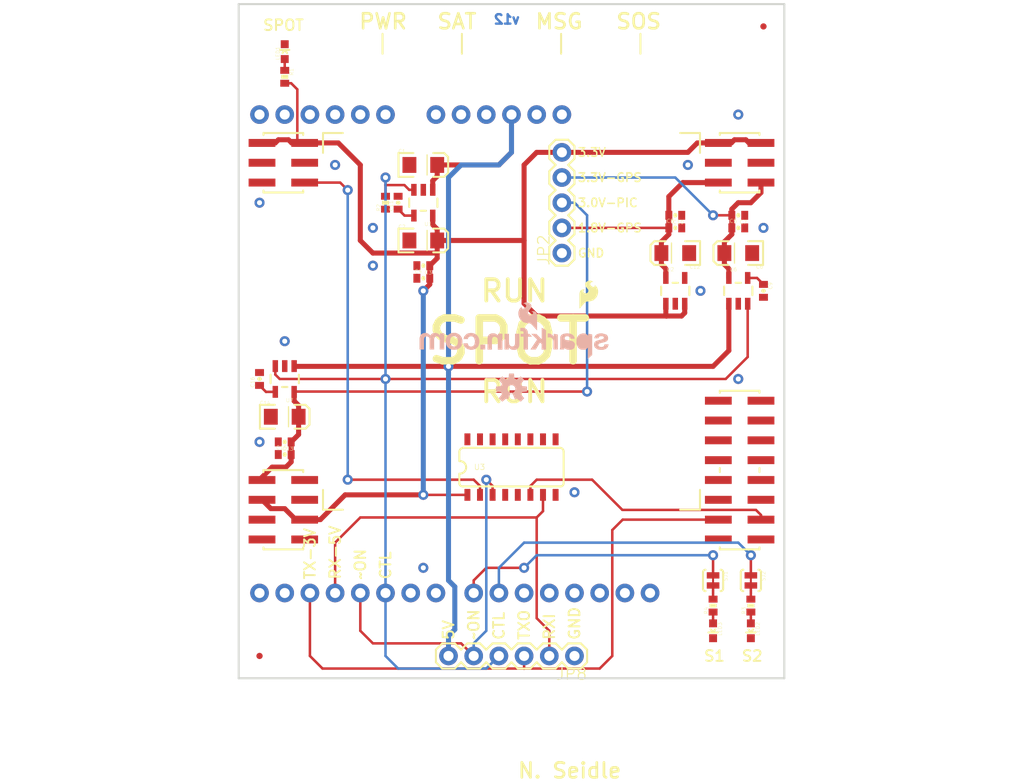
<source format=kicad_pcb>
(kicad_pcb (version 20211014) (generator pcbnew)
  (layers (0 "F.Cu" signal) (31 "B.Cu" signal) (34 "B.Paste" user) (35 "F.Paste" user) (36 "B.SilkS" user "B.Silkscreen") (37 "F.SilkS" user "F.Silkscreen") (38 "B.Mask" user) (39 "F.Mask" user) (44 "Edge.Cuts" user))
  (net 0 "")
  (net 1 "GND")
  (net 2 "N$38")
  (net 3 "5V")
  (net 4 "3.3V")
  (net 5 "PWRCTL")
  (net 6 "N$4")
  (net 7 "N$26")
  (net 8 "SPOT-TX-3V")
  (net 9 "SPOT-RX-5V")
  (net 10 "~{ON-5V}")
  (net 11 "~{ON-3V}")
  (net 12 "N$1")
  (net 13 "1.8V-GPS")
  (net 14 "3V-GPS")
  (net 15 "3V-PIC")
  (net 16 "N$2")
  (net 17 "N$3")
  (net 18 "N$5")
  (net 19 "N$6")
  (net 20 "N$7")
  (net 21 "N$8")
  (net 22 "SPOT-RX-3V")
  (footprint "boardEagle:0402-CAP" (layer "F.Cu") (at 165.0111 93.5736)
    (fp_text reference "C8" (at -0.889 -0.6985) (layer "F.SilkS") (effects (font (size 0.376489 0.376489) (thickness 0.029911)) (justify left)))
    (fp_text value "1uF")
    (pad "1" smd rect (at -0.65 0) (size 0.7 0.9) (layers "F.Cu" "F.Paste" "F.Mask") (net 13 "1.8V-GPS"))
    (pad "2" smd rect (at 0.65 0) (size 0.7 0.9) (layers "F.Cu" "F.Paste" "F.Mask") (net 1 "GND"))
  )
  (footprint "boardEagle:0402-RES" (layer "F.Cu") (at 135.8011 91.0336 90)
    (fp_text reference "R2" (at -0.889 -0.6985 90) (layer "F.SilkS") (effects (font (size 0.376489 0.376489) (thickness 0.029911)) (justify left)))
    (fp_text value "10K")
    (pad "1" smd rect (at -0.65 0 90) (size 0.7 0.9) (layers "F.Cu" "F.Paste" "F.Mask") (net 1 "GND"))
    (pad "2" smd rect (at 0.65 0 90) (size 0.7 0.9) (layers "F.Cu" "F.Paste" "F.Mask") (net 5 "PWRCTL"))
  )
  (footprint "boardEagle:0402-CAP" (layer "F.Cu") (at 171.3611 93.5736)
    (fp_text reference "C5" (at -0.889 -0.6985) (layer "F.SilkS") (effects (font (size 0.376489 0.376489) (thickness 0.029911)) (justify left)))
    (fp_text value "1uF")
    (pad "1" smd rect (at -0.65 0) (size 0.7 0.9) (layers "F.Cu" "F.Paste" "F.Mask") (net 14 "3V-GPS"))
    (pad "2" smd rect (at 0.65 0) (size 0.7 0.9) (layers "F.Cu" "F.Paste" "F.Mask") (net 1 "GND"))
  )
  (footprint "boardEagle:DUEMILANOVE_VIAS" (layer "F.Cu") (at 165.0111 132.9436 90)
    (fp_text reference "U5" hide)
    (fp_text value "ARDUINO_SHIELD" hide)
    (pad "3.3V" thru_hole circle (at 50.8 -13.97 180) (size 1.8796 1.8796) (drill 1.016) (layers *.Cu *.Mask))
    (pad "5V" thru_hole circle (at 50.8 -16.51 180) (size 1.8796 1.8796) (drill 1.016) (layers *.Cu *.Mask) (net 3 "5V"))
    (pad "A0" thru_hole circle (at 50.8 -29.21 180) (size 1.8796 1.8796) (drill 1.016) (layers *.Cu *.Mask))
    (pad "A1" thru_hole circle (at 50.8 -31.75 180) (size 1.8796 1.8796) (drill 1.016) (layers *.Cu *.Mask))
    (pad "A2" thru_hole circle (at 50.8 -34.29 180) (size 1.8796 1.8796) (drill 1.016) (layers *.Cu *.Mask))
    (pad "A3" thru_hole circle (at 50.8 -36.83 180) (size 1.8796 1.8796) (drill 1.016) (layers *.Cu *.Mask))
    (pad "A4" thru_hole circle (at 50.8 -39.37 180) (size 1.8796 1.8796) (drill 1.016) (layers *.Cu *.Mask))
    (pad "A5" thru_hole circle (at 50.8 -41.91 180) (size 1.8796 1.8796) (drill 1.016) (layers *.Cu *.Mask))
    (pad "AREF" thru_hole circle (at 2.54 -2.54 180) (size 1.8796 1.8796) (drill 1.016) (layers *.Cu *.Mask))
    (pad "D2" thru_hole circle (at 2.54 -36.83 180) (size 1.8796 1.8796) (drill 1.016) (layers *.Cu *.Mask) (net 8 "SPOT-TX-3V"))
    (pad "D3" thru_hole circle (at 2.54 -34.29 180) (size 1.8796 1.8796) (drill 1.016) (layers *.Cu *.Mask) (net 9 "SPOT-RX-5V"))
    (pad "D4" thru_hole circle (at 2.54 -31.75 180) (size 1.8796 1.8796) (drill 1.016) (layers *.Cu *.Mask) (net 10 "~{ON-5V}"))
    (pad "D5" thru_hole circle (at 2.54 -29.21 180) (size 1.8796 1.8796) (drill 1.016) (layers *.Cu *.Mask) (net 5 "PWRCTL"))
    (pad "D6" thru_hole circle (at 2.54 -26.67 180) (size 1.8796 1.8796) (drill 1.016) (layers *.Cu *.Mask))
    (pad "D7" thru_hole circle (at 2.54 -24.13 180) (size 1.8796 1.8796) (drill 1.016) (layers *.Cu *.Mask))
    (pad "D8" thru_hole circle (at 2.54 -20.32 180) (size 1.8796 1.8796) (drill 1.016) (layers *.Cu *.Mask) (net 20 "N$7"))
    (pad "D9" thru_hole circle (at 2.54 -17.78 180) (size 1.8796 1.8796) (drill 1.016) (layers *.Cu *.Mask) (net 21 "N$8"))
    (pad "D10" thru_hole circle (at 2.54 -15.24 180) (size 1.8796 1.8796) (drill 1.016) (layers *.Cu *.Mask))
    (pad "D11" thru_hole circle (at 2.54 -12.7 180) (size 1.8796 1.8796) (drill 1.016) (layers *.Cu *.Mask))
    (pad "D12" thru_hole circle (at 2.54 -10.16 180) (size 1.8796 1.8796) (drill 1.016) (layers *.Cu *.Mask))
    (pad "D13" thru_hole circle (at 2.54 -7.62 180) (size 1.8796 1.8796) (drill 1.016) (layers *.Cu *.Mask))
    (pad "GND@0" thru_hole circle (at 50.8 -19.05 180) (size 1.8796 1.8796) (drill 1.016) (layers *.Cu *.Mask) (net 1 "GND"))
    (pad "GND@1" thru_hole circle (at 50.8 -21.59 180) (size 1.8796 1.8796) (drill 1.016) (layers *.Cu *.Mask) (net 1 "GND"))
    (pad "GND@2" thru_hole circle (at 2.54 -5.08 180) (size 1.8796 1.8796) (drill 1.016) (layers *.Cu *.Mask) (net 1 "GND"))
    (pad "RES" thru_hole circle (at 50.8 -11.43 180) (size 1.8796 1.8796) (drill 1.016) (layers *.Cu *.Mask))
    (pad "RX" thru_hole circle (at 2.54 -41.91 180) (size 1.8796 1.8796) (drill 1.016) (layers *.Cu *.Mask))
    (pad "TX" thru_hole circle (at 2.54 -39.37 180) (size 1.8796 1.8796) (drill 1.016) (layers *.Cu *.Mask))
    (pad "VIN" thru_hole circle (at 50.8 -24.13 180) (size 1.8796 1.8796) (drill 1.016) (layers *.Cu *.Mask))
  )
  (footprint "boardEagle:SOT23-5" (layer "F.Cu") (at 125.6411 108.8136 180)
    (fp_text reference "U7" (at -0.889 -2.159) (layer "F.SilkS") (effects (font (size 0.376489 0.376489) (thickness 0.029911)) (justify right)))
    (fp_text value "MIC5219-3.0")
    (pad "1" smd rect (at -0.95 1.3001 180) (size 0.55 1.2) (layers "F.Cu" "F.Paste" "F.Mask") (net 3 "5V"))
    (pad "2" smd rect (at 0 1.3001 180) (size 0.55 1.2) (layers "F.Cu" "F.Paste" "F.Mask") (net 1 "GND"))
    (pad "3" smd rect (at 0.95 1.3001 180) (size 0.55 1.2) (layers "F.Cu" "F.Paste" "F.Mask") (net 5 "PWRCTL"))
    (pad "4" smd rect (at 0.95 -1.3001 180) (size 0.55 1.2) (layers "F.Cu" "F.Paste" "F.Mask") (net 12 "N$1"))
    (pad "5" smd rect (at -0.95 -1.3001 180) (size 0.55 1.2) (layers "F.Cu" "F.Paste" "F.Mask") (net 15 "3V-PIC"))
  )
  (footprint "boardEagle:LED-0603" (layer "F.Cu") (at 172.6311 134.2136 180)
    (fp_text reference "LED2" (at -0.6985 0.889 90) (layer "F.SilkS") (effects (font (size 0.376489 0.376489) (thickness 0.029911)) (justify right)))
    (fp_text value "Blue")
    (pad "A" smd rect (at 0 0.75 180) (size 0.8 0.8) (layers "F.Cu" "F.Paste" "F.Mask") (net 18 "N$5"))
    (pad "C" smd rect (at 0 -0.75 180) (size 0.8 0.8) (layers "F.Cu" "F.Paste" "F.Mask") (net 1 "GND"))
  )
  (footprint "boardEagle:0402-CAP" (layer "F.Cu") (at 173.9011 99.9236 -90)
    (fp_text reference "C9" (at -0.889 -0.6985 90) (layer "F.SilkS") (effects (font (size 0.376489 0.376489) (thickness 0.029911)) (justify right)))
    (fp_text value "470nF")
    (pad "1" smd rect (at -0.65 0 270) (size 0.7 0.9) (layers "F.Cu" "F.Paste" "F.Mask") (net 6 "N$4"))
    (pad "2" smd rect (at 0.65 0 270) (size 0.7 0.9) (layers "F.Cu" "F.Paste" "F.Mask") (net 1 "GND"))
  )
  (footprint "boardEagle:0402-CAP" (layer "F.Cu") (at 139.6111 97.3836 180)
    (fp_text reference "C3" (at -0.889 -0.6985) (layer "F.SilkS") (effects (font (size 0.376489 0.376489) (thickness 0.029911)) (justify right)))
    (fp_text value "1uF")
    (pad "1" smd rect (at -0.65 0 180) (size 0.7 0.9) (layers "F.Cu" "F.Paste" "F.Mask") (net 4 "3.3V"))
    (pad "2" smd rect (at 0.65 0 180) (size 0.7 0.9) (layers "F.Cu" "F.Paste" "F.Mask") (net 1 "GND"))
  )
  (footprint "boardEagle:MICRO-FIDUCIAL" (layer "F.Cu") (at 173.9011 73.2536 90)
    (fp_text reference "JP10" hide)
    (fp_text value "FIDUCIALUFIDUCIAL" hide)
    (pad "1" smd roundrect (at 0 0 90) (size 0.635 0.635) (layers "F.Cu" "F.Mask") (roundrect_rratio 0.5))
  )
  (footprint "boardEagle:SO016" (layer "F.Cu") (at 148.5011 117.7036)
    (fp_text reference "U3" (at -3.81 0) (layer "F.SilkS") (effects (font (size 0.554736 0.554736) (thickness 0.054864)) (justify left)))
    (fp_text value "74HC4050")
    (pad "1" smd rect (at -4.445 2.8) (size 0.6 1.2) (layers "F.Cu" "F.Paste" "F.Mask") (net 4 "3.3V"))
    (pad "2" smd rect (at -3.175 2.8) (size 0.6 1.2) (layers "F.Cu" "F.Paste" "F.Mask") (net 11 "~{ON-3V}"))
    (pad "3" smd rect (at -1.905 2.8) (size 0.6 1.2) (layers "F.Cu" "F.Paste" "F.Mask") (net 10 "~{ON-5V}"))
    (pad "4" smd rect (at -0.635 2.8) (size 0.6 1.2) (layers "F.Cu" "F.Paste" "F.Mask"))
    (pad "5" smd rect (at 0.635 2.8) (size 0.6 1.2) (layers "F.Cu" "F.Paste" "F.Mask"))
    (pad "6" smd rect (at 1.905 2.8) (size 0.6 1.2) (layers "F.Cu" "F.Paste" "F.Mask") (net 22 "SPOT-RX-3V"))
    (pad "7" smd rect (at 3.175 2.8) (size 0.6 1.2) (layers "F.Cu" "F.Paste" "F.Mask") (net 9 "SPOT-RX-5V"))
    (pad "8" smd rect (at 4.445 2.8) (size 0.6 1.2) (layers "F.Cu" "F.Paste" "F.Mask") (net 1 "GND"))
    (pad "9" smd rect (at 4.445 -2.8) (size 0.6 1.2) (layers "F.Cu" "F.Paste" "F.Mask"))
    (pad "10" smd rect (at 3.175 -2.8) (size 0.6 1.2) (layers "F.Cu" "F.Paste" "F.Mask"))
    (pad "11" smd rect (at 1.905 -2.8) (size 0.6 1.2) (layers "F.Cu" "F.Paste" "F.Mask"))
    (pad "12" smd rect (at 0.635 -2.8) (size 0.6 1.2) (layers "F.Cu" "F.Paste" "F.Mask"))
    (pad "13" smd rect (at -0.635 -2.8) (size 0.6 1.2) (layers "F.Cu" "F.Paste" "F.Mask"))
    (pad "14" smd rect (at -1.905 -2.8) (size 0.6 1.2) (layers "F.Cu" "F.Paste" "F.Mask"))
    (pad "15" smd rect (at -3.175 -2.8) (size 0.6 1.2) (layers "F.Cu" "F.Paste" "F.Mask"))
    (pad "16" smd rect (at -4.445 -2.8) (size 0.6 1.2) (layers "F.Cu" "F.Paste" "F.Mask"))
  )
  (footprint "boardEagle:LED-0603" (layer "F.Cu") (at 168.8211 134.2136 180)
    (fp_text reference "LED3" (at -0.6985 0.889 90) (layer "F.SilkS") (effects (font (size 0.376489 0.376489) (thickness 0.029911)) (justify right)))
    (fp_text value "Green")
    (pad "A" smd rect (at 0 0.75 180) (size 0.8 0.8) (layers "F.Cu" "F.Paste" "F.Mask") (net 19 "N$6"))
    (pad "C" smd rect (at 0 -0.75 180) (size 0.8 0.8) (layers "F.Cu" "F.Paste" "F.Mask") (net 1 "GND"))
  )
  (footprint "boardEagle:CREATIVE_COMMONS" (layer "F.Cu") (at 117.2591 149.1996)
    (fp_text reference "U$2" hide)
    (fp_text value "CREATIVE_COMMONS" hide)
  )
  (footprint "boardEagle:1X06" (layer "F.Cu") (at 154.8511 136.7536 180)
    (fp_text reference "JP8" (at -1.3462 -1.8288) (layer "F.SilkS") (effects (font (size 1.1557 1.1557) (thickness 0.1143)) (justify right)))
    (fp_text value "")
    (pad "1" thru_hole circle (at 0 0 270) (size 1.8796 1.8796) (drill 1.016) (layers *.Cu *.Mask) (net 1 "GND"))
    (pad "2" thru_hole circle (at 2.54 0 270) (size 1.8796 1.8796) (drill 1.016) (layers *.Cu *.Mask) (net 9 "SPOT-RX-5V"))
    (pad "3" thru_hole circle (at 5.08 0 270) (size 1.8796 1.8796) (drill 1.016) (layers *.Cu *.Mask) (net 8 "SPOT-TX-3V"))
    (pad "4" thru_hole circle (at 7.62 0 270) (size 1.8796 1.8796) (drill 1.016) (layers *.Cu *.Mask) (net 5 "PWRCTL"))
    (pad "5" thru_hole circle (at 10.16 0 270) (size 1.8796 1.8796) (drill 1.016) (layers *.Cu *.Mask) (net 10 "~{ON-5V}"))
    (pad "6" thru_hole circle (at 12.7 0 270) (size 1.8796 1.8796) (drill 1.016) (layers *.Cu *.Mask) (net 3 "5V"))
  )
  (footprint "boardEagle:EIA3216" (layer "F.Cu") (at 139.6111 87.2236)
    (fp_text reference "C1" (at -2.54 -1.381) (layer "F.SilkS") (effects (font (size 0.376489 0.376489) (thickness 0.029911)) (justify left)))
    (fp_text value "10uF")
    (pad "A" smd rect (at 1.4 0 90) (size 1.6 1.4) (layers "F.Cu" "F.Paste" "F.Mask") (net 3 "5V"))
    (pad "C" smd rect (at -1.4 0 90) (size 1.6 1.4) (layers "F.Cu" "F.Paste" "F.Mask") (net 1 "GND"))
  )
  (footprint "boardEagle:0402-RES" (layer "F.Cu") (at 172.6311 131.6736 90)
    (fp_text reference "R3" (at -0.889 -0.6985 90) (layer "F.SilkS") (effects (font (size 0.376489 0.376489) (thickness 0.029911)) (justify left)))
    (fp_text value "330")
    (pad "1" smd rect (at -0.65 0 90) (size 0.7 0.9) (layers "F.Cu" "F.Paste" "F.Mask") (net 18 "N$5"))
    (pad "2" smd rect (at 0.65 0 90) (size 0.7 0.9) (layers "F.Cu" "F.Paste" "F.Mask") (net 17 "N$3"))
  )
  (footprint "boardEagle:0402-CAP" (layer "F.Cu") (at 137.0711 91.0336 90)
    (fp_text reference "C11" (at -0.889 -0.6985 90) (layer "F.SilkS") (effects (font (size 0.376489 0.376489) (thickness 0.029911)) (justify left)))
    (fp_text value "470nF")
    (pad "1" smd rect (at -0.65 0 90) (size 0.7 0.9) (layers "F.Cu" "F.Paste" "F.Mask") (net 7 "N$26"))
    (pad "2" smd rect (at 0.65 0 90) (size 0.7 0.9) (layers "F.Cu" "F.Paste" "F.Mask") (net 1 "GND"))
  )
  (footprint "boardEagle:EIA3216" (layer "F.Cu") (at 125.6411 112.6236)
    (fp_text reference "C14" (at -2.54 -1.381) (layer "F.SilkS") (effects (font (size 0.376489 0.376489) (thickness 0.029911)) (justify left)))
    (fp_text value "10uF")
    (pad "A" smd rect (at 1.4 0 90) (size 1.6 1.4) (layers "F.Cu" "F.Paste" "F.Mask") (net 15 "3V-PIC"))
    (pad "C" smd rect (at -1.4 0 90) (size 1.6 1.4) (layers "F.Cu" "F.Paste" "F.Mask") (net 1 "GND"))
  )
  (footprint "boardEagle:0402-CAP" (layer "F.Cu") (at 165.0111 92.3036 180)
    (fp_text reference "C10" (at -0.889 -0.6985) (layer "F.SilkS") (effects (font (size 0.376489 0.376489) (thickness 0.029911)) (justify right)))
    (fp_text value "0.1uF")
    (pad "1" smd rect (at -0.65 0 180) (size 0.7 0.9) (layers "F.Cu" "F.Paste" "F.Mask") (net 1 "GND"))
    (pad "2" smd rect (at 0.65 0 180) (size 0.7 0.9) (layers "F.Cu" "F.Paste" "F.Mask") (net 13 "1.8V-GPS"))
  )
  (footprint "boardEagle:0402-RES" (layer "F.Cu") (at 168.8211 131.6736 90)
    (fp_text reference "R4" (at -0.889 -0.6985 90) (layer "F.SilkS") (effects (font (size 0.376489 0.376489) (thickness 0.029911)) (justify left)))
    (fp_text value "330")
    (pad "1" smd rect (at -0.65 0 90) (size 0.7 0.9) (layers "F.Cu" "F.Paste" "F.Mask") (net 19 "N$6"))
    (pad "2" smd rect (at 0.65 0 90) (size 0.7 0.9) (layers "F.Cu" "F.Paste" "F.Mask") (net 16 "N$2"))
  )
  (footprint "boardEagle:SFE-LOGO-FLAME" (layer "F.Cu") (at 155.3591 101.7016)
    (fp_text reference "U$1" hide)
    (fp_text value "LOGO-SFESK" hide)
  )
  (footprint "boardEagle:MICRO-FIDUCIAL" (layer "F.Cu") (at 123.1011 136.7536 90)
    (fp_text reference "JP11" hide)
    (fp_text value "FIDUCIALUFIDUCIAL" hide)
    (pad "1" smd roundrect (at 0 0 90) (size 0.635 0.635) (layers "F.Cu" "F.Mask") (roundrect_rratio 0.5))
  )
  (footprint "boardEagle:SPOT-CONNECT" (layer "F.Cu") (at 148.5011 105.0036)
    (fp_text reference "U4" hide)
    (fp_text value "SPOT-CONNECT" hide)
    (fp_text user "SAT" (at -7.62 -31.369) (layer "F.SilkS") (effects (font (size 1.5113 1.5113) (thickness 0.2667)) (justify left bottom)))
    (fp_text user "SPOT" (at -8.89 2.54) (layer "F.SilkS") (effects (font (size 4.318 4.318) (thickness 0.762)) (justify left bottom)))
    (fp_text user "PWR" (at -15.494 -31.369) (layer "F.SilkS") (effects (font (size 1.5113 1.5113) (thickness 0.2667)) (justify left bottom)))
    (fp_text user "RUN" (at -3.302 6.35) (layer "F.SilkS") (effects (font (size 2.159 2.159) (thickness 0.381)) (justify left bottom)))
    (fp_text user "RUN" (at -3.302 -3.81) (layer "F.SilkS") (effects (font (size 2.159 2.159) (thickness 0.381)) (justify left bottom)))
    (fp_text user "MSG" (at 2.286 -31.369) (layer "F.SilkS") (effects (font (size 1.5113 1.5113) (thickness 0.2667)) (justify left bottom)))
    (fp_text user "SOS" (at 10.414 -31.369) (layer "F.SilkS") (effects (font (size 1.5113 1.5113) (thickness 0.2667)) (justify left bottom)))
    (fp_line (start 27.5 -34) (end -27.5 -34) (layer "Edge.Cuts") (width 0.2032))
    (fp_line (start -27.5 34) (end 27.5 34) (layer "Edge.Cuts") (width 0.2032))
    (fp_line (start 27.5 34) (end 27.5 -34) (layer "Edge.Cuts") (width 0.2032))
    (fp_line (start -27.5 -34) (end -27.5 34) (layer "Edge.Cuts") (width 0.2032))
    (pad "" np_thru_hole circle (at 23 19) (size 1.2 1.2) (drill 1.2) (layers *.Cu *.Mask))
    (pad "" np_thru_hole circle (at 23 -19) (size 1.2 1.2) (drill 1.2) (layers *.Cu *.Mask))
    (pad "" np_thru_hole circle (at -23 -19) (size 1.2 1.2) (drill 1.2) (layers *.Cu *.Mask))
    (pad "" np_thru_hole circle (at -23 15) (size 1.2 1.2) (drill 1.2) (layers *.Cu *.Mask))
    (pad "" np_thru_hole circle (at 23 7) (size 1.2 1.2) (drill 1.2) (layers *.Cu *.Mask))
    (pad "" np_thru_hole circle (at 0 -30) (size 2.5 2.5) (drill 2.5) (layers *.Cu *.Mask))
    (pad "" np_thru_hole circle (at 23 -17) (size 1.2 1.2) (drill 1.2) (layers *.Cu *.Mask))
    (pad "" np_thru_hole circle (at -23 19) (size 1.2 1.2) (drill 1.2) (layers *.Cu *.Mask))
    (pad "" np_thru_hole circle (at -23 -17) (size 1.2 1.2) (drill 1.2) (layers *.Cu *.Mask))
    (pad "" np_thru_hole circle (at 17 30) (size 2.5 2.5) (drill 2.5) (layers *.Cu *.Mask))
    (pad "" np_thru_hole circle (at -17 30) (size 2.5 2.5) (drill 2.5) (layers *.Cu *.Mask))
    (pad "1.8V-GPS" smd rect (at 20.85 -16 180) (size 2.7 0.8) (layers "F.Cu" "F.Paste" "F.Mask") (net 13 "1.8V-GPS"))
    (pad "3.3V@1" smd rect (at -25.15 -20 180) (size 2.7 0.8) (layers "F.Cu" "F.Paste" "F.Mask") (net 4 "3.3V"))
    (pad "3.3V@2" smd rect (at -20.85 -20 180) (size 2.7 0.8) (layers "F.Cu" "F.Paste" "F.Mask") (net 4 "3.3V"))
    (pad "3.3V@3" smd rect (at 20.85 -20 180) (size 2.7 0.8) (layers "F.Cu" "F.Paste" "F.Mask") (net 4 "3.3V"))
    (pad "3.3V@4" smd rect (at 25.15 -20 180) (size 2.7 0.8) (layers "F.Cu" "F.Paste" "F.Mask") (net 4 "3.3V"))
    (pad "3V-GPS" smd rect (at 25.15 -16 180) (size 2.7 0.8) (layers "F.Cu" "F.Paste" "F.Mask") (net 14 "3V-GPS"))
    (pad "3VMSP" smd rect (at -25.15 16) (size 2.7 0.8) (layers "F.Cu" "F.Paste" "F.Mask") (net 4 "3.3V"))
    (pad "3VPIC" smd rect (at -25.15 14) (size 2.7 0.8) (layers "F.Cu" "F.Paste" "F.Mask") (net 15 "3V-PIC"))
    (pad "AH-SCL" smd rect (at 25.15 12 180) (size 2.7 0.8) (layers "F.Cu" "F.Paste" "F.Mask"))
    (pad "AH/P4.3" smd rect (at 20.85 14 180) (size 2.7 0.8) (layers "F.Cu" "F.Paste" "F.Mask"))
    (pad "AH/SDA" smd rect (at 20.85 12 180) (size 2.7 0.8) (layers "F.Cu" "F.Paste" "F.Mask"))
    (pad "BATT" smd rect (at -20.85 18) (size 2.7 0.8) (layers "F.Cu" "F.Paste" "F.Mask") (net 4 "3.3V"))
    (pad "BT-CTS" smd rect (at 20.85 16 180) (size 2.7 0.8) (layers "F.Cu" "F.Paste" "F.Mask"))
    (pad "BT-GP5" smd rect (at 25.15 16 180) (size 2.7 0.8) (layers "F.Cu" "F.Paste" "F.Mask"))
    (pad "BT-RST" smd rect (at 25.15 14 180) (size 2.7 0.8) (layers "F.Cu" "F.Paste" "F.Mask"))
    (pad "BT-RTS" smd rect (at 20.85 20 180) (size 2.7 0.8) (layers "F.Cu" "F.Paste" "F.Mask"))
    (pad "BT-RX" smd rect (at 20.85 18 180) (size 2.7 0.8) (layers "F.Cu" "F.Paste" "F.Mask") (net 8 "SPOT-TX-3V"))
    (pad "BT-TX" smd rect (at 25.15 18 180) (size 2.7 0.8) (layers "F.Cu" "F.Paste" "F.Mask") (net 22 "SPOT-RX-3V"))
    (pad "D+" smd rect (at -20.85 20) (size 2.7 0.8) (layers "F.Cu" "F.Paste" "F.Mask"))
    (pad "D-" smd rect (at -25.15 20) (size 2.7 0.8) (layers "F.Cu" "F.Paste" "F.Mask"))
    (pad "GND@1" smd rect (at -25.15 -18 180) (size 2.7 0.8) (layers "F.Cu" "F.Paste" "F.Mask") (net 1 "GND"))
    (pad "GND@2" smd rect (at -20.85 -18 180) (size 2.7 0.8) (layers "F.Cu" "F.Paste" "F.Mask") (net 1 "GND"))
    (pad "GND@3" smd rect (at 20.85 -18 180) (size 2.7 0.8) (layers "F.Cu" "F.Paste" "F.Mask") (net 1 "GND"))
    (pad "GND@4" smd rect (at 25.15 -18 180) (size 2.7 0.8) (layers "F.Cu" "F.Paste" "F.Mask") (net 1 "GND"))
    (pad "GND@5" smd rect (at 20.85 6 180) (size 2.7 0.8) (layers "F.Cu" "F.Paste" "F.Mask") (net 1 "GND"))
    (pad "ON/OFF" smd rect (at -20.85 -16 180) (size 2.7 0.8) (layers "F.Cu" "F.Paste" "F.Mask") (net 11 "~{ON-3V}"))
    (pad "PWRCTL1" smd rect (at 25.15 10 180) (size 2.7 0.8) (layers "F.Cu" "F.Paste" "F.Mask"))
    (pad "PWRCTL2" smd rect (at 25.15 8 180) (size 2.7 0.8) (layers "F.Cu" "F.Paste" "F.Mask"))
    (pad "PWRCTL3" smd rect (at 25.15 6 180) (size 2.7 0.8) (layers "F.Cu" "F.Paste" "F.Mask"))
    (pad "PWRCTL4" smd rect (at 20.85 10 180) (size 2.7 0.8) (layers "F.Cu" "F.Paste" "F.Mask"))
    (pad "PWRCTL5" smd rect (at 20.85 8 180) (size 2.7 0.8) (layers "F.Cu" "F.Paste" "F.Mask"))
    (pad "RF4" smd rect (at -20.85 14) (size 2.7 0.8) (layers "F.Cu" "F.Paste" "F.Mask"))
    (pad "RSTSW" smd rect (at -25.15 18) (size 2.7 0.8) (layers "F.Cu" "F.Paste" "F.Mask"))
    (pad "SOS" smd rect (at -25.15 -16 180) (size 2.7 0.8) (layers "F.Cu" "F.Paste" "F.Mask"))
    (pad "VBUS" smd rect (at 25.15 20 180) (size 2.7 0.8) (layers "F.Cu" "F.Paste" "F.Mask"))
    (pad "VUSB" smd rect (at -20.85 16) (size 2.7 0.8) (layers "F.Cu" "F.Paste" "F.Mask"))
  )
  (footprint "boardEagle:SOT23-5" (layer "F.Cu") (at 171.3611 99.9236)
    (fp_text reference "U6" (at -0.889 -2.159) (layer "F.SilkS") (effects (font (size 0.376489 0.376489) (thickness 0.029911)) (justify left)))
    (fp_text value "MIC5219-3.0")
    (pad "1" smd rect (at -0.95 1.3001) (size 0.55 1.2) (layers "F.Cu" "F.Paste" "F.Mask") (net 3 "5V"))
    (pad "2" smd rect (at 0 1.3001) (size 0.55 1.2) (layers "F.Cu" "F.Paste" "F.Mask") (net 1 "GND"))
    (pad "3" smd rect (at 0.95 1.3001) (size 0.55 1.2) (layers "F.Cu" "F.Paste" "F.Mask") (net 5 "PWRCTL"))
    (pad "4" smd rect (at 0.95 -1.3001) (size 0.55 1.2) (layers "F.Cu" "F.Paste" "F.Mask") (net 6 "N$4"))
    (pad "5" smd rect (at -0.95 -1.3001) (size 0.55 1.2) (layers "F.Cu" "F.Paste" "F.Mask") (net 14 "3V-GPS"))
  )
  (footprint "boardEagle:SOT23-5" (layer "F.Cu") (at 165.0111 99.9236)
    (fp_text reference "U2" (at -0.889 -2.159) (layer "F.SilkS") (effects (font (size 0.376489 0.376489) (thickness 0.029911)) (justify left)))
    (fp_text value "AP7311-1.8")
    (pad "1" smd rect (at -0.95 1.3001) (size 0.55 1.2) (layers "F.Cu" "F.Paste" "F.Mask") (net 4 "3.3V"))
    (pad "2" smd rect (at 0 1.3001) (size 0.55 1.2) (layers "F.Cu" "F.Paste" "F.Mask") (net 1 "GND"))
    (pad "3" smd rect (at 0.95 1.3001) (size 0.55 1.2) (layers "F.Cu" "F.Paste" "F.Mask") (net 4 "3.3V"))
    (pad "4" smd rect (at 0.95 -1.3001) (size 0.55 1.2) (layers "F.Cu" "F.Paste" "F.Mask"))
    (pad "5" smd rect (at -0.95 -1.3001) (size 0.55 1.2) (layers "F.Cu" "F.Paste" "F.Mask") (net 13 "1.8V-GPS"))
  )
  (footprint "boardEagle:0402-RES" (layer "F.Cu") (at 125.6411 78.3336 -90)
    (fp_text reference "R1" (at -0.889 -0.6985 90) (layer "F.SilkS") (effects (font (size 0.376489 0.376489) (thickness 0.029911)) (justify right)))
    (fp_text value "330")
    (pad "1" smd rect (at -0.65 0 270) (size 0.7 0.9) (layers "F.Cu" "F.Paste" "F.Mask") (net 2 "N$38"))
    (pad "2" smd rect (at 0.65 0 270) (size 0.7 0.9) (layers "F.Cu" "F.Paste" "F.Mask") (net 4 "3.3V"))
  )
  (footprint "boardEagle:EIA3216" (layer "F.Cu") (at 171.3611 96.1136 180)
    (fp_text reference "C6" (at -2.54 -1.381) (layer "F.SilkS") (effects (font (size 0.376489 0.376489) (thickness 0.029911)) (justify right)))
    (fp_text value "10uF")
    (pad "A" smd rect (at 1.4 0 270) (size 1.6 1.4) (layers "F.Cu" "F.Paste" "F.Mask") (net 14 "3V-GPS"))
    (pad "C" smd rect (at -1.4 0 270) (size 1.6 1.4) (layers "F.Cu" "F.Paste" "F.Mask") (net 1 "GND"))
  )
  (footprint "boardEagle:EIA3216" (layer "F.Cu") (at 139.6111 94.8436)
    (fp_text reference "C2" (at -2.54 -1.381) (layer "F.SilkS") (effects (font (size 0.376489 0.376489) (thickness 0.029911)) (justify left)))
    (fp_text value "10uF")
    (pad "A" smd rect (at 1.4 0 90) (size 1.6 1.4) (layers "F.Cu" "F.Paste" "F.Mask") (net 4 "3.3V"))
    (pad "C" smd rect (at -1.4 0 90) (size 1.6 1.4) (layers "F.Cu" "F.Paste" "F.Mask") (net 1 "GND"))
  )
  (footprint "boardEagle:1X05" (layer "F.Cu") (at 153.5811 96.1136 90)
    (fp_text reference "JP2" (at -1.3462 -1.8288 90) (layer "F.SilkS") (effects (font (size 1.1557 1.1557) (thickness 0.1143)) (justify left)))
    (fp_text value "")
    (pad "1" thru_hole circle (at 0 0 180) (size 1.8796 1.8796) (drill 1.016) (layers *.Cu *.Mask) (net 1 "GND"))
    (pad "2" thru_hole circle (at 2.54 0 180) (size 1.8796 1.8796) (drill 1.016) (layers *.Cu *.Mask) (net 13 "1.8V-GPS"))
    (pad "3" thru_hole circle (at 5.08 0 180) (size 1.8796 1.8796) (drill 1.016) (layers *.Cu *.Mask) (net 15 "3V-PIC"))
    (pad "4" thru_hole circle (at 7.62 0 180) (size 1.8796 1.8796) (drill 1.016) (layers *.Cu *.Mask) (net 14 "3V-GPS"))
    (pad "5" thru_hole circle (at 10.16 0 180) (size 1.8796 1.8796) (drill 1.016) (layers *.Cu *.Mask) (net 4 "3.3V"))
  )
  (footprint "boardEagle:LED-0603" (layer "F.Cu") (at 125.6411 75.7936)
    (fp_text reference "LED1" (at -0.6985 0.889 90) (layer "F.SilkS") (effects (font (size 0.376489 0.376489) (thickness 0.029911)) (justify left)))
    (fp_text value "Red")
    (pad "A" smd rect (at 0 0.75) (size 0.8 0.8) (layers "F.Cu" "F.Paste" "F.Mask") (net 2 "N$38"))
    (pad "C" smd rect (at 0 -0.75) (size 0.8 0.8) (layers "F.Cu" "F.Paste" "F.Mask") (net 1 "GND"))
  )
  (footprint "boardEagle:0402-CAP" (layer "F.Cu") (at 125.6411 115.1636 180)
    (fp_text reference "C13" (at -0.889 -0.6985) (layer "F.SilkS") (effects (font (size 0.376489 0.376489) (thickness 0.029911)) (justify right)))
    (fp_text value "1uF")
    (pad "1" smd rect (at -0.65 0 180) (size 0.7 0.9) (layers "F.Cu" "F.Paste" "F.Mask") (net 15 "3V-PIC"))
    (pad "2" smd rect (at 0.65 0 180) (size 0.7 0.9) (layers "F.Cu" "F.Paste" "F.Mask") (net 1 "GND"))
  )
  (footprint "boardEagle:SJ_2S-TRACE" (layer "F.Cu") (at 168.8211 129.1336 -90)
    (fp_text reference "SJ1" (at -0.9525 -1.27 90) (layer "F.SilkS") (effects (font (size 0.376489 0.376489) (thickness 0.029911)) (justify right)))
    (fp_text value "")
    (fp_line (start -0.381 0) (end 0.381 0) (layer "F.Cu") (width 0.2032))
    (pad "1" smd rect (at -0.508 0 270) (size 0.635 1.27) (layers "F.Cu" "F.Mask") (net 20 "N$7"))
    (pad "2" smd rect (at 0.508 0 270) (size 0.635 1.27) (layers "F.Cu" "F.Mask") (net 16 "N$2"))
  )
  (footprint "boardEagle:SOT23-5" (layer "F.Cu") (at 139.6111 91.0336 180)
    (fp_text reference "U1" (at -0.889 -2.159) (layer "F.SilkS") (effects (font (size 0.376489 0.376489) (thickness 0.029911)) (justify right)))
    (fp_text value "MIC5219-3.3")
    (pad "1" smd rect (at -0.95 1.3001 180) (size 0.55 1.2) (layers "F.Cu" "F.Paste" "F.Mask") (net 3 "5V"))
    (pad "2" smd rect (at 0 1.3001 180) (size 0.55 1.2) (layers "F.Cu" "F.Paste" "F.Mask") (net 1 "GND"))
    (pad "3" smd rect (at 0.95 1.3001 180) (size 0.55 1.2) (layers "F.Cu" "F.Paste" "F.Mask") (net 5 "PWRCTL"))
    (pad "4" smd rect (at 0.95 -1.3001 180) (size 0.55 1.2) (layers "F.Cu" "F.Paste" "F.Mask") (net 7 "N$26"))
    (pad "5" smd rect (at -0.95 -1.3001 180) (size 0.55 1.2) (layers "F.Cu" "F.Paste" "F.Mask") (net 4 "3.3V"))
  )
  (footprint "boardEagle:EIA3216" (layer "F.Cu") (at 165.0111 96.1136 180)
    (fp_text reference "C12" (at -2.54 -1.381) (layer "F.SilkS") (effects (font (size 0.376489 0.376489) (thickness 0.029911)) (justify right)))
    (fp_text value "10uF")
    (pad "A" smd rect (at 1.4 0 270) (size 1.6 1.4) (layers "F.Cu" "F.Paste" "F.Mask") (net 13 "1.8V-GPS"))
    (pad "C" smd rect (at -1.4 0 270) (size 1.6 1.4) (layers "F.Cu" "F.Paste" "F.Mask") (net 1 "GND"))
  )
  (footprint "boardEagle:0402-CAP" (layer "F.Cu") (at 171.3611 92.3036 180)
    (fp_text reference "C7" (at -0.889 -0.6985) (layer "F.SilkS") (effects (font (size 0.376489 0.376489) (thickness 0.029911)) (justify right)))
    (fp_text value "0.1uF")
    (pad "1" smd rect (at -0.65 0 180) (size 0.7 0.9) (layers "F.Cu" "F.Paste" "F.Mask") (net 1 "GND"))
    (pad "2" smd rect (at 0.65 0 180) (size 0.7 0.9) (layers "F.Cu" "F.Paste" "F.Mask") (net 14 "3V-GPS"))
  )
  (footprint "boardEagle:0402-CAP" (layer "F.Cu") (at 139.6111 98.6536)
    (fp_text reference "C4" (at -0.889 -0.6985) (layer "F.SilkS") (effects (font (size 0.376489 0.376489) (thickness 0.029911)) (justify left)))
    (fp_text value "0.1uF")
    (pad "1" smd rect (at -0.65 0) (size 0.7 0.9) (layers "F.Cu" "F.Paste" "F.Mask") (net 1 "GND"))
    (pad "2" smd rect (at 0.65 0) (size 0.7 0.9) (layers "F.Cu" "F.Paste" "F.Mask") (net 4 "3.3V"))
  )
  (footprint "boardEagle:SJ_2S-TRACE" (layer "F.Cu") (at 172.6311 129.1336 -90)
    (fp_text reference "SJ2" (at -0.9525 -1.27 90) (layer "F.SilkS") (effects (font (size 0.376489 0.376489) (thickness 0.029911)) (justify right)))
    (fp_text value "")
    (fp_line (start -0.381 0) (end 0.381 0) (layer "F.Cu") (width 0.2032))
    (pad "1" smd rect (at -0.508 0 270) (size 0.635 1.27) (layers "F.Cu" "F.Mask") (net 21 "N$8"))
    (pad "2" smd rect (at 0.508 0 270) (size 0.635 1.27) (layers "F.Cu" "F.Mask") (net 17 "N$3"))
  )
  (footprint "boardEagle:0402-CAP" (layer "F.Cu") (at 123.1011 108.8136 90)
    (fp_text reference "C16" (at -0.889 -0.6985 90) (layer "F.SilkS") (effects (font (size 0.376489 0.376489) (thickness 0.029911)) (justify left)))
    (fp_text value "470nF")
    (pad "1" smd rect (at -0.65 0 90) (size 0.7 0.9) (layers "F.Cu" "F.Paste" "F.Mask") (net 12 "N$1"))
    (pad "2" smd rect (at 0.65 0 90) (size 0.7 0.9) (layers "F.Cu" "F.Paste" "F.Mask") (net 1 "GND"))
  )
  (footprint "boardEagle:0402-CAP" (layer "F.Cu") (at 125.6411 116.4336)
    (fp_text reference "C15" (at -0.889 -0.6985) (layer "F.SilkS") (effects (font (size 0.376489 0.376489) (thickness 0.029911)) (justify left)))
    (fp_text value "0.1uF")
    (pad "1" smd rect (at -0.65 0) (size 0.7 0.9) (layers "F.Cu" "F.Paste" "F.Mask") (net 1 "GND"))
    (pad "2" smd rect (at 0.65 0) (size 0.7 0.9) (layers "F.Cu" "F.Paste" "F.Mask") (net 15 "3V-PIC"))
  )
  (footprint "boardEagle:SFE-NEW-WEBLOGO" (layer "B.Cu") (at 158.2801 106.7816 180)
    (fp_text reference "U$11" hide)
    (fp_text value "LOGO-SFENEW" hide)
  )
  (footprint "boardEagle:OSHW-LOGO-S" (layer "B.Cu") (at 148.5011 109.8296 180)
    (fp_text reference "U$3" hide)
    (fp_text value "OSHW-LOGOS" hide)
  )
  (gr_text "v12" (at 146.5961 71.9836) (layer "B.Cu") (effects (font (size 0.9525 0.9525) (thickness 0.3175)) (justify right top mirror)))
  (gr_text "S1" (at 167.8051 137.3886) (layer "F.SilkS") (effects (font (size 1.0795 1.0795) (thickness 0.1905)) (justify left bottom)))
  (gr_text "N. Seidle" (at 149.0091 149.1996) (layer "F.SilkS") (effects (font (size 1.5113 1.5113) (thickness 0.2667)) (justify left bottom)))
  (gr_text "~ON" (at 145.3261 135.2296 90) (layer "F.SilkS") (effects (font (size 1.0795 1.0795) (thickness 0.1905)) (justify left bottom)))
  (gr_text "GND" (at 155.1051 96.6216) (layer "F.SilkS") (effects (font (size 0.8636 0.8636) (thickness 0.1524)) (justify left bottom)))
  (gr_text "3.3V-GPS" (at 155.1051 89.0016) (layer "F.SilkS") (effects (font (size 0.8636 0.8636) (thickness 0.1524)) (justify left bottom)))
  (gr_text "CTL" (at 136.4361 129.1336 90) (layer "F.SilkS") (effects (font (size 1.0795 1.0795) (thickness 0.1905)) (justify left bottom)))
  (gr_text "3.3V" (at 155.1051 86.4616) (layer "F.SilkS") (effects (font (size 0.8636 0.8636) (thickness 0.1524)) (justify left bottom)))
  (gr_text "RXI" (at 152.9461 135.2296 90) (layer "F.SilkS") (effects (font (size 1.0795 1.0795) (thickness 0.1905)) (justify left bottom)))
  (gr_text "1.8V-GPS" (at 155.1051 94.0816) (layer "F.SilkS") (effects (font (size 0.8636 0.8636) (thickness 0.1524)) (justify left bottom)))
  (gr_text "TXO" (at 150.4061 135.2296 90) (layer "F.SilkS") (effects (font (size 1.0795 1.0795) (thickness 0.1905)) (justify left bottom)))
  (gr_text "S2" (at 171.6151 137.3886) (layer "F.SilkS") (effects (font (size 1.0795 1.0795) (thickness 0.1905)) (justify left bottom)))
  (gr_text "RX-5V" (at 131.3561 129.1336 90) (layer "F.SilkS") (effects (font (size 1.0795 1.0795) (thickness 0.1905)) (justify left bottom)))
  (gr_text "CTL" (at 147.8661 135.2296 90) (layer "F.SilkS") (effects (font (size 1.0795 1.0795) (thickness 0.1905)) (justify left bottom)))
  (gr_text "3.0V-PIC" (at 155.1051 91.5416) (layer "F.SilkS") (effects (font (size 0.8636 0.8636) (thickness 0.1524)) (justify left bottom)))
  (gr_text "~ON" (at 133.8961 129.1336 90) (layer "F.SilkS") (effects (font (size 1.0795 1.0795) (thickness 0.1905)) (justify left bottom)))
  (gr_text "SPOT" (at 123.3551 73.7616) (layer "F.SilkS") (effects (font (size 1.0795 1.0795) (thickness 0.1905)) (justify left bottom)))
  (gr_text "GND" (at 155.4861 135.2296 90) (layer "F.SilkS") (effects (font (size 1.0795 1.0795) (thickness 0.1905)) (justify left bottom)))
  (gr_text "TX-3V" (at 128.8161 129.1336 90) (layer "F.SilkS") (effects (font (size 1.0795 1.0795) (thickness 0.1905)) (justify left bottom)))
  (gr_text "5V" (at 142.7861 135.2296 90) (layer "F.SilkS") (effects (font (size 1.0795 1.0795) (thickness 0.1905)) (justify left bottom)))
  (via (at 173.9011 93.5736) (size 1.016) (drill 0.508) (layers "F.Cu" "B.Cu") (net 1))
  (via (at 154.8511 120.2436) (size 1.016) (drill 0.508) (layers "F.Cu" "B.Cu") (net 1))
  (via (at 171.3611 82.1436) (size 1.016) (drill 0.508) (layers "F.Cu" "B.Cu") (net 1))
  (via (at 139.6111 127.8636) (size 1.016) (drill 0.508) (layers "F.Cu" "B.Cu") (net 1))
  (via (at 123.1011 91.0336) (size 1.016) (drill 0.508) (layers "F.Cu" "B.Cu") (net 1))
  (via (at 134.5311 97.3836) (size 1.016) (drill 0.508) (layers "F.Cu" "B.Cu") (net 1))
  (via (at 167.5511 99.9236) (size 1.016) (drill 0.508) (layers "F.Cu" "B.Cu") (net 1))
  (via (at 166.2811 87.2236) (size 1.016) (drill 0.508) (layers "F.Cu" "B.Cu") (net 1))
  (via (at 125.6411 105.0036) (size 1.016) (drill 0.508) (layers "F.Cu" "B.Cu") (net 1))
  (via (at 134.5311 93.5736) (size 1.016) (drill 0.508) (layers "F.Cu" "B.Cu") (net 1))
  (via (at 130.7211 87.2236) (size 1.016) (drill 0.508) (layers "F.Cu" "B.Cu") (net 1))
  (via (at 123.1011 115.1636) (size 1.016) (drill 0.508) (layers "F.Cu" "B.Cu") (net 1))
  (via (at 171.3611 108.8136) (size 1.016) (drill 0.508) (layers "F.Cu" "B.Cu") (net 1))
  (segment (start 125.6411 76.5436) (end 125.6411 77.6836) (width 0.254) (layer "F.Cu") (net 2))
  (segment (start 147.2311 87.2236) (end 148.5011 85.9536) (width 0.508) (layer "F.Cu") (net 3))
  (segment (start 140.5611 89.7335) (end 140.5611 88.8136) (width 0.508) (layer "F.Cu") (net 3))
  (segment (start 141.0111 87.2236) (end 141.0111 88.3636) (width 0.508) (layer "F.Cu") (net 3))
  (segment (start 168.8211 107.5436) (end 170.4111 105.9536) (width 0.508) (layer "F.Cu") (net 3))
  (segment (start 126.6212 107.5436) (end 126.5911 107.5135) (width 0.508) (layer "F.Cu") (net 3))
  (segment (start 142.1511 107.5436) (end 168.8211 107.5436) (width 0.508) (layer "F.Cu") (net 3))
  (segment (start 126.6212 107.5436) (end 142.1511 107.5436) (width 0.508) (layer "F.Cu") (net 3))
  (segment (start 140.5611 88.8136) (end 141.0111 88.3636) (width 0.508) (layer "F.Cu") (net 3))
  (segment (start 141.0111 87.2236) (end 147.2311 87.2236) (width 0.508) (layer "F.Cu") (net 3))
  (segment (start 148.5011 85.9536) (end 148.5011 82.1436) (width 0.508) (layer "F.Cu") (net 3))
  (segment (start 170.4111 101.2237) (end 170.4111 105.9536) (width 0.508) (layer "F.Cu") (net 3))
  (via (at 142.1511 107.5436) (size 1.016) (drill 0.508) (layers "F.Cu" "B.Cu") (net 3))
  (segment (start 143.4211 87.2236) (end 142.1511 88.4936) (width 0.508) (layer "B.Cu") (net 3))
  (segment (start 142.1511 134.7216) (end 142.7861 134.0866) (width 0.508) (layer "B.Cu") (net 3))
  (segment (start 142.7861 129.7686) (end 142.1511 129.1336) (width 0.508) (layer "B.Cu") (net 3))
  (segment (start 142.1511 129.1336) (end 142.1511 107.5436) (width 0.508) (layer "B.Cu") (net 3))
  (segment (start 148.5011 85.9536) (end 147.2311 87.2236) (width 0.508) (layer "B.Cu") (net 3))
  (segment (start 142.1511 107.5436) (end 142.1511 88.4936) (width 0.508) (layer "B.Cu") (net 3))
  (segment (start 142.7861 134.0866) (end 142.7861 129.7686) (width 0.508) (layer "B.Cu") (net 3))
  (segment (start 142.1511 136.7536) (end 142.1511 134.7216) (width 0.508) (layer "B.Cu") (net 3))
  (segment (start 147.2311 87.2236) (end 143.4211 87.2236) (width 0.508) (layer "B.Cu") (net 3))
  (segment (start 148.5011 82.1436) (end 148.5011 85.9536) (width 0.508) (layer "B.Cu") (net 3))
  (segment (start 149.7711 101.1936) (end 151.0411 102.4636) (width 0.508) (layer "F.Cu") (net 4))
  (segment (start 124.2421 121.8946) (end 123.3511 121.0036) (width 0.508) (layer "F.Cu") (net 4))
  (segment (start 166.2811 85.9536) (end 167.2311 85.0036) (width 0.508) (layer "F.Cu") (net 4))
  (segment (start 153.5811 85.9536) (end 166.2811 85.9536) (width 0.508) (layer "F.Cu") (net 4))
  (segment (start 126.7501 123.0036) (end 127.6511 123.0036) (width 0.254) (layer "F.Cu") (net 4))
  (segment (start 126.9111 85.0036) (end 126.9111 79.6036) (width 0.254) (layer "F.Cu") (net 4))
  (segment (start 140.2611 99.2736) (end 140.2611 98.6536) (width 0.508) (layer "F.Cu") (net 4))
  (segment (start 127.6511 123.0036) (end 129.2311 123.0036) (width 0.508) (layer "F.Cu") (net 4))
  (segment (start 173.6511 85.0036) (end 172.4431 85.0036) (width 0.508) (layer "F.Cu") (net 4))
  (segment (start 140.5611 93.2536) (end 141.0111 93.7036) (width 0.508) (layer "F.Cu") (net 4))
  (segment (start 169.3511 85.0036) (end 170.6601 85.0036) (width 0.508) (layer "F.Cu") (net 4))
  (segment (start 131.0411 85.0036) (end 127.6511 85.0036) (width 0.508) (layer "F.Cu") (net 4))
  (segment (start 129.2311 123.0036) (end 131.7311 120.5036) (width 0.508) (layer "F.Cu") (net 4))
  (segment (start 126.9111 85.0036) (end 126.3421 85.0036) (width 0.508) (layer "F.Cu") (net 4))
  (segment (start 123.3511 85.0036) (end 124.6861 85.0036) (width 0.508) (layer "F.Cu") (net 4))
  (segment (start 140.5611 92.3337) (end 140.5611 93.2536) (width 0.508) (layer "F.Cu") (net 4))
  (segment (start 139.6111 120.5036) (end 144.0561 120.5036) (width 0.254) (layer "F.Cu") (net 4))
  (segment (start 141.0111 96.1136) (end 141.0111 94.8436) (width 0.508) (layer "F.Cu") (net 4))
  (segment (start 140.2611 97.3836) (end 141.0111 96.6336) (width 0.508) (layer "F.Cu") (net 4))
  (segment (start 149.7711 101.1936) (end 149.7711 94.8436) (width 0.508) (layer "F.Cu") (net 4))
  (segment (start 151.0411 102.4636) (end 164.1221 102.4636) (width 0.508) (layer "F.Cu") (net 4))
  (segment (start 134.5311 96.1136) (end 133.2611 94.8436) (width 0.508) (layer "F.Cu") (net 4))
  (segment (start 133.2611 94.8436) (end 133.2611 87.2236) (width 0.508) (layer "F.Cu") (net 4))
  (segment (start 170.9801 84.6836) (end 170.6601 85.0036) (width 0.508) (layer "F.Cu") (net 4))
  (segment (start 126.2911 78.9836) (end 125.6411 78.9836) (width 0.254) (layer "F.Cu") (net 4))
  (segment (start 164.0611 102.4026) (end 164.1221 102.4636) (width 0.508) (layer "F.Cu") (net 4))
  (segment (start 127.6511 85.0036) (end 126.9111 85.0036) (width 0.254) (layer "F.Cu") (net 4))
  (segment (start 139.6111 120.5036) (end 131.7311 120.5036) (width 0.508) (layer "F.Cu") (net 4))
  (segment (start 172.1231 84.6836) (end 170.9801 84.6836) (width 0.508) (layer "F.Cu") (net 4))
  (segment (start 140.2611 98.6536) (end 140.2611 97.3836) (width 0.508) (layer "F.Cu") (net 4))
  (segment (start 133.2611 87.2236) (end 131.0411 85.0036) (width 0.508) (layer "F.Cu") (net 4))
  (segment (start 126.9111 79.6036) (end 126.2911 78.9836) (width 0.254) (layer "F.Cu") (net 4))
  (segment (start 149.7711 87.2236) (end 149.7711 94.8436) (width 0.508) (layer "F.Cu") (net 4))
  (segment (start 125.6411 121.8946) (end 126.7501 123.0036) (width 0.508) (layer "F.Cu") (net 4))
  (segment (start 124.2421 121.8946) (end 125.6411 121.8946) (width 0.508) (layer "F.Cu") (net 4))
  (segment (start 151.0411 85.9536) (end 149.7711 87.2236) (width 0.508) (layer "F.Cu") (net 4))
  (segment (start 164.1221 102.4636) (end 165.6461 102.4636) (width 0.508) (layer "F.Cu") (net 4))
  (segment (start 126.0221 84.6836) (end 125.0061 84.6836) (width 0.508) (layer "F.Cu") (net 4))
  (segment (start 172.4431 85.0036) (end 172.1231 84.6836) (width 0.508) (layer "F.Cu") (net 4))
  (segment (start 126.3421 85.0036) (end 126.0221 84.6836) (width 0.508) (layer "F.Cu") (net 4))
  (segment (start 164.0611 101.2237) (end 164.0611 102.4026) (width 0.508) (layer "F.Cu") (net 4))
  (segment (start 125.0061 84.6836) (end 124.6861 85.0036) (width 0.508) (layer "F.Cu") (net 4))
  (segment (start 141.0111 96.1136) (end 134.5311 96.1136) (width 0.508) (layer "F.Cu") (net 4))
  (segment (start 165.6461 102.4636) (end 165.9611 102.1486) (width 0.508) (layer "F.Cu") (net 4))
  (segment (start 165.9611 101.2237) (end 165.9611 102.1486) (width 0.508) (layer "F.Cu") (net 4))
  (segment (start 167.2311 85.0036) (end 169.3511 85.0036) (width 0.508) (layer "F.Cu") (net 4))
  (segment (start 141.0111 96.6336) (end 141.0111 96.1136) (width 0.508) (layer "F.Cu") (net 4))
  (segment (start 141.0111 94.8436) (end 149.7711 94.8436) (width 0.508) (layer "F.Cu") (net 4))
  (segment (start 140.2611 99.2736) (end 139.6111 99.9236) (width 0.508) (layer "F.Cu") (net 4))
  (segment (start 141.0111 94.8436) (end 141.0111 93.7036) (width 0.508) (layer "F.Cu") (net 4))
  (segment (start 153.5811 85.9536) (end 151.0411 85.9536) (width 0.508) (layer "F.Cu") (net 4))
  (via (at 139.6111 120.5036) (size 1.016) (drill 0.508) (layers "F.Cu" "B.Cu") (net 4))
  (via (at 139.6111 99.9236) (size 1.016) (drill 0.508) (layers "F.Cu" "B.Cu") (net 4))
  (segment (start 139.6111 99.9236) (end 139.6111 120.5036) (width 0.508) (layer "B.Cu") (net 4))
  (segment (start 135.8011 88.4936) (end 135.8011 89.2556) (width 0.254) (layer "F.Cu") (net 5))
  (segment (start 172.3111 106.5936) (end 170.0911 108.8136) (width 0.254) (layer "F.Cu") (net 5))
  (segment (start 138.184 89.7335) (end 138.6611 89.7335) (width 0.254) (layer "F.Cu") (net 5))
  (segment (start 137.7061 89.2556) (end 138.184 89.7335) (width 0.254) (layer "F.Cu") (net 5))
  (segment (start 172.3111 101.2237) (end 172.3111 106.5936) (width 0.254) (layer "F.Cu") (net 5))
  (segment (start 124.6911 108.3716) (end 125.1331 108.8136) (width 0.254) (layer "F.Cu") (net 5))
  (segment (start 135.8011 89.2556) (end 137.7061 89.2556) (width 0.254) (layer "F.Cu") (net 5))
  (segment (start 124.6911 107.5135) (end 124.6911 108.3716) (width 0.254) (layer "F.Cu") (net 5))
  (segment (start 135.8011 89.2556) (end 135.8011 90.3836) (width 0.254) (layer "F.Cu") (net 5))
  (segment (start 170.0911 108.8136) (end 135.8011 108.8136) (width 0.254) (layer "F.Cu") (net 5))
  (segment (start 135.8011 108.8136) (end 125.1331 108.8136) (width 0.254) (layer "F.Cu") (net 5))
  (via (at 135.8011 88.4936) (size 1.016) (drill 0.508) (layers "F.Cu" "B.Cu") (net 5))
  (via (at 135.8011 108.8136) (size 1.016) (drill 0.508) (layers "F.Cu" "B.Cu") (net 5))
  (segment (start 135.8011 136.7536) (end 135.8011 130.4036) (width 0.254) (layer "B.Cu") (net 5))
  (segment (start 135.8011 108.8136) (end 135.8011 88.4936) (width 0.254) (layer "B.Cu") (net 5))
  (segment (start 137.0711 138.0236) (end 135.8011 136.7536) (width 0.254) (layer "B.Cu") (net 5))
  (segment (start 145.9611 138.0236) (end 147.2311 136.7536) (width 0.254) (layer "B.Cu") (net 5))
  (segment (start 137.0711 138.0236) (end 145.9611 138.0236) (width 0.254) (layer "B.Cu") (net 5))
  (segment (start 135.8011 130.4036) (end 135.8011 108.8136) (width 0.254) (layer "B.Cu") (net 5))
  (segment (start 173.9011 99.2736) (end 173.251 98.6235) (width 0.254) (layer "F.Cu") (net 6))
  (segment (start 173.251 98.6235) (end 172.3111 98.6235) (width 0.254) (layer "F.Cu") (net 6))
  (segment (start 137.7212 92.3337) (end 138.6611 92.3337) (width 0.254) (layer "F.Cu") (net 7))
  (segment (start 137.0711 91.6836) (end 137.7212 92.3337) (width 0.254) (layer "F.Cu") (net 7))
  (segment (start 129.4511 138.0236) (end 128.1811 136.7536) (width 0.254) (layer "F.Cu") (net 8))
  (segment (start 129.4511 138.0236) (end 149.7711 138.0236) (width 0.254) (layer "F.Cu") (net 8))
  (segment (start 158.6611 124.0536) (end 159.7111 123.0036) (width 0.254) (layer "F.Cu") (net 8))
  (segment (start 159.7111 123.0036) (end 169.3511 123.0036) (width 0.254) (layer "F.Cu") (net 8))
  (segment (start 149.7711 138.0236) (end 157.3911 138.0236) (width 0.254) (layer "F.Cu") (net 8))
  (segment (start 157.3911 138.0236) (end 158.6611 136.7536) (width 0.254) (layer "F.Cu") (net 8))
  (segment (start 128.1811 136.7536) (end 128.1811 130.4036) (width 0.254) (layer "F.Cu") (net 8))
  (segment (start 149.7711 138.0236) (end 149.7711 136.7536) (width 0.254) (layer "F.Cu") (net 8))
  (segment (start 158.6611 136.7536) (end 158.6611 124.0536) (width 0.254) (layer "F.Cu") (net 8))
  (segment (start 151.0411 122.7836) (end 151.0411 132.9436) (width 0.254) (layer "F.Cu") (net 9))
  (segment (start 151.0411 132.9436) (end 152.3111 134.2136) (width 0.254) (layer "F.Cu") (net 9))
  (segment (start 151.0411 122.7836) (end 151.6761 122.1486) (width 0.254) (layer "F.Cu") (net 9))
  (segment (start 152.3111 134.2136) (end 152.3111 136.7536) (width 0.254) (layer "F.Cu") (net 9))
  (segment (start 133.2611 122.7836) (end 151.0411 122.7836) (width 0.254) (layer "F.Cu") (net 9))
  (segment (start 130.7211 125.3236) (end 133.2611 122.7836) (width 0.254) (layer "F.Cu") (net 9))
  (segment (start 151.6761 122.1486) (end 151.6761 120.5036) (width 0.254) (layer "F.Cu") (net 9))
  (segment (start 130.7211 130.4036) (end 130.7211 125.3236) (width 0.254) (layer "F.Cu") (net 9))
  (segment (start 146.5961 119.6086) (end 146.5961 120.5036) (width 0.254) (layer "F.Cu") (net 10))
  (segment (start 145.9611 118.9736) (end 146.5961 119.6086) (width 0.254) (layer "F.Cu") (net 10))
  (segment (start 134.5311 135.4836) (end 133.2611 134.2136) (width 0.254) (layer "F.Cu") (net 10))
  (segment (start 133.2611 134.2136) (end 133.2611 130.4036) (width 0.254) (layer "F.Cu") (net 10))
  (segment (start 143.4211 135.4836) (end 144.6911 136.7536) (width 0.254) (layer "F.Cu") (net 10))
  (segment (start 134.5311 135.4836) (end 143.4211 135.4836) (width 0.254) (layer "F.Cu") (net 10))
  (via (at 145.9611 118.9736) (size 1.016) (drill 0.508) (layers "F.Cu" "B.Cu") (net 10))
  (segment (start 144.6911 136.7536) (end 144.6911 135.4836) (width 0.254) (layer "B.Cu") (net 10))
  (segment (start 145.9611 134.2136) (end 145.9611 118.9736) (width 0.254) (layer "B.Cu") (net 10))
  (segment (start 144.6911 135.4836) (end 145.9611 134.2136) (width 0.254) (layer "B.Cu") (net 10))
  (segment (start 131.9911 118.9736) (end 144.6911 118.9736) (width 0.254) (layer "F.Cu") (net 11))
  (segment (start 131.9911 89.7636) (end 131.2311 89.0036) (width 0.254) (layer "F.Cu") (net 11))
  (segment (start 145.3261 119.6086) (end 145.3261 120.5036) (width 0.254) (layer "F.Cu") (net 11))
  (segment (start 131.2311 89.0036) (end 127.6511 89.0036) (width 0.254) (layer "F.Cu") (net 11))
  (segment (start 144.6911 118.9736) (end 145.3261 119.6086) (width 0.254) (layer "F.Cu") (net 11))
  (via (at 131.9911 89.7636) (size 1.016) (drill 0.508) (layers "F.Cu" "B.Cu") (net 11))
  (via (at 131.9911 118.9736) (size 1.016) (drill 0.508) (layers "F.Cu" "B.Cu") (net 11))
  (segment (start 131.9911 118.9736) (end 131.9911 89.7636) (width 0.254) (layer "B.Cu") (net 11))
  (segment (start 123.1011 109.4636) (end 123.7512 110.1137) (width 0.254) (layer "F.Cu") (net 12))
  (segment (start 123.7512 110.1137) (end 124.6911 110.1137) (width 0.254) (layer "F.Cu") (net 12))
  (segment (start 164.3611 93.5736) (end 164.3611 94.2236) (width 0.508) (layer "F.Cu") (net 13))
  (segment (start 164.3611 92.3036) (end 164.3611 90.4136) (width 0.508) (layer "F.Cu") (net 13))
  (segment (start 164.3611 94.2236) (end 163.6111 94.9736) (width 0.508) (layer "F.Cu") (net 13))
  (segment (start 164.3611 90.4136) (end 165.7711 89.0036) (width 0.508) (layer "F.Cu") (net 13))
  (segment (start 163.6111 94.9736) (end 163.6111 96.1136) (width 0.508) (layer "F.Cu") (net 13))
  (segment (start 163.6111 97.2536) (end 164.0611 97.7036) (width 0.508) (layer "F.Cu") (net 13))
  (segment (start 163.6111 96.1136) (end 163.6111 97.2536) (width 0.508) (layer "F.Cu") (net 13))
  (segment (start 164.3611 93.5736) (end 164.3611 92.3036) (width 0.508) (layer "F.Cu") (net 13))
  (segment (start 164.0611 97.7036) (end 164.0611 98.6235) (width 0.508) (layer "F.Cu") (net 13))
  (segment (start 165.7711 89.0036) (end 169.3511 89.0036) (width 0.508) (layer "F.Cu") (net 13))
  (segment (start 153.5811 93.5736) (end 164.3611 93.5736) (width 0.254) (layer "F.Cu") (net 13))
  (segment (start 169.9611 94.9736) (end 169.9611 96.1136) (width 0.508) (layer "F.Cu") (net 14))
  (segment (start 169.9611 96.1136) (end 169.9611 97.2536) (width 0.508) (layer "F.Cu") (net 14))
  (segment (start 170.7111 92.3036) (end 170.7111 91.6836) (width 0.508) (layer "F.Cu") (net 14))
  (segment (start 170.4111 97.7036) (end 170.4111 98.6235) (width 0.508) (layer "F.Cu") (net 14))
  (segment (start 170.7111 92.3036) (end 170.7111 93.5736) (width 0.508) (layer "F.Cu") (net 14))
  (segment (start 173.6511 90.0136) (end 173.6511 89.0036) (width 0.508) (layer "F.Cu") (net 14))
  (segment (start 172.6311 91.0336) (end 173.6511 90.0136) (width 0.508) (layer "F.Cu") (net 14))
  (segment (start 171.3611 91.0336) (end 172.6311 91.0336) (width 0.508) (layer "F.Cu") (net 14))
  (segment (start 170.7111 93.5736) (end 170.7111 94.2236) (width 0.508) (layer "F.Cu") (net 14))
  (segment (start 169.9611 97.2536) (end 170.4111 97.7036) (width 0.508) (layer "F.Cu") (net 14))
  (segment (start 168.8211 92.3036) (end 170.7111 92.3036) (width 0.254) (layer "F.Cu") (net 14))
  (segment (start 170.7111 91.6836) (end 171.3611 91.0336) (width 0.508) (layer "F.Cu") (net 14))
  (segment (start 170.7111 94.2236) (end 169.9611 94.9736) (width 0.508) (layer "F.Cu") (net 14))
  (via (at 168.8211 92.3036) (size 1.016) (drill 0.508) (layers "F.Cu" "B.Cu") (net 14))
  (segment (start 153.5811 88.4936) (end 165.0111 88.4936) (width 0.254) (layer "B.Cu") (net 14))
  (segment (start 165.0111 88.4936) (end 168.8211 92.3036) (width 0.254) (layer "B.Cu") (net 14))
  (segment (start 124.3711 117.7036) (end 125.7681 117.7036) (width 0.508) (layer "F.Cu") (net 15))
  (segment (start 126.2911 116.4336) (end 126.2911 115.1636) (width 0.508) (layer "F.Cu") (net 15))
  (segment (start 126.2911 115.1636) (end 127.0411 114.4136) (width 0.508) (layer "F.Cu") (net 15))
  (segment (start 125.7681 117.7036) (end 126.2911 117.1806) (width 0.508) (layer "F.Cu") (net 15))
  (segment (start 123.3511 118.7236) (end 124.3711 117.7036) (width 0.508) (layer "F.Cu") (net 15))
  (segment (start 126.5911 111.0336) (end 126.5911 110.1137) (width 0.508) (layer "F.Cu") (net 15))
  (segment (start 126.2911 117.1806) (end 126.2911 116.4336) (width 0.508) (layer "F.Cu") (net 15))
  (segment (start 127.0411 111.4836) (end 126.5911 111.0336) (width 0.508) (layer "F.Cu") (net 15))
  (segment (start 127.0411 112.6236) (end 127.0411 111.4836) (width 0.508) (layer "F.Cu") (net 15))
  (segment (start 123.3511 119.0036) (end 123.3511 118.7236) (width 0.254) (layer "F.Cu") (net 15))
  (segment (start 126.6212 110.0836) (end 126.5911 110.1137) (width 0.254) (layer "F.Cu") (net 15))
  (segment (start 127.0411 114.4136) (end 127.0411 112.6236) (width 0.508) (layer "F.Cu") (net 15))
  (segment (start 156.1211 110.0836) (end 126.6212 110.0836) (width 0.254) (layer "F.Cu") (net 15))
  (via (at 156.1211 110.0836) (size 1.016) (drill 0.508) (layers "F.Cu" "B.Cu") (net 15))
  (segment (start 156.1211 110.0836) (end 156.1211 92.3036) (width 0.254) (layer "B.Cu") (net 15))
  (segment (start 154.8511 91.0336) (end 153.5811 91.0336) (width 0.254) (layer "B.Cu") (net 15))
  (segment (start 156.1211 92.3036) (end 154.8511 91.0336) (width 0.254) (layer "B.Cu") (net 15))
  (segment (start 168.8211 129.6416) (end 168.8211 131.0236) (width 0.254) (layer "F.Cu") (net 16))
  (segment (start 172.6311 129.6416) (end 172.6311 131.0236) (width 0.254) (layer "F.Cu") (net 17))
  (segment (start 172.6311 133.4636) (end 172.6311 132.3236) (width 0.254) (layer "F.Cu") (net 18))
  (segment (start 168.8211 133.4636) (end 168.8211 132.3236) (width 0.254) (layer "F.Cu") (net 19))
  (segment (start 144.6911 129.1336) (end 145.9611 127.8636) (width 0.254) (layer "F.Cu") (net 20))
  (segment (start 168.8211 126.5936) (end 168.8211 128.6256) (width 0.254) (layer "F.Cu") (net 20))
  (segment (start 145.9611 127.8636) (end 149.7711 127.8636) (width 0.254) (layer "F.Cu") (net 20))
  (segment (start 144.6911 130.4036) (end 144.6911 129.1336) (width 0.254) (layer "F.Cu") (net 20))
  (via (at 168.8211 126.5936) (size 1.016) (drill 0.508) (layers "F.Cu" "B.Cu") (net 20))
  (via (at 149.7711 127.8636) (size 1.016) (drill 0.508) (layers "F.Cu" "B.Cu") (net 20))
  (segment (start 151.0411 126.5936) (end 168.8211 126.5936) (width 0.254) (layer "B.Cu") (net 20))
  (segment (start 149.7711 127.8636) (end 151.0411 126.5936) (width 0.254) (layer "B.Cu") (net 20))
  (segment (start 172.6311 126.5936) (end 172.6311 128.6256) (width 0.254) (layer "F.Cu") (net 21))
  (via (at 172.6311 126.5936) (size 1.016) (drill 0.508) (layers "F.Cu" "B.Cu") (net 21))
  (segment (start 149.7711 125.3236) (end 171.3611 125.3236) (width 0.254) (layer "B.Cu") (net 21))
  (segment (start 147.2311 130.4036) (end 147.2311 127.8636) (width 0.254) (layer "B.Cu") (net 21))
  (segment (start 147.2311 127.8636) (end 149.7711 125.3236) (width 0.254) (layer "B.Cu") (net 21))
  (segment (start 171.3611 125.3236) (end 172.6311 126.5936) (width 0.254) (layer "B.Cu") (net 21))
  (segment (start 151.0411 118.9736) (end 156.6291 118.9736) (width 0.254) (layer "F.Cu") (net 22))
  (segment (start 150.4061 119.6086) (end 151.0411 118.9736) (width 0.254) (layer "F.Cu") (net 22))
  (segment (start 150.4061 120.5036) (end 150.4061 119.6086) (width 0.254) (layer "F.Cu") (net 22))
  (segment (start 173.6511 122.5336) (end 173.6511 123.0036) (width 0.254) (layer "F.Cu") (net 22))
  (segment (start 159.6771 122.0216) (end 173.1391 122.0216) (width 0.254) (layer "F.Cu") (net 22))
  (segment (start 173.1391 122.0216) (end 173.6511 122.5336) (width 0.254) (layer "F.Cu") (net 22))
  (segment (start 156.6291 118.9736) (end 159.6771 122.0216) (width 0.254) (layer "F.Cu") (net 22))
)
</source>
